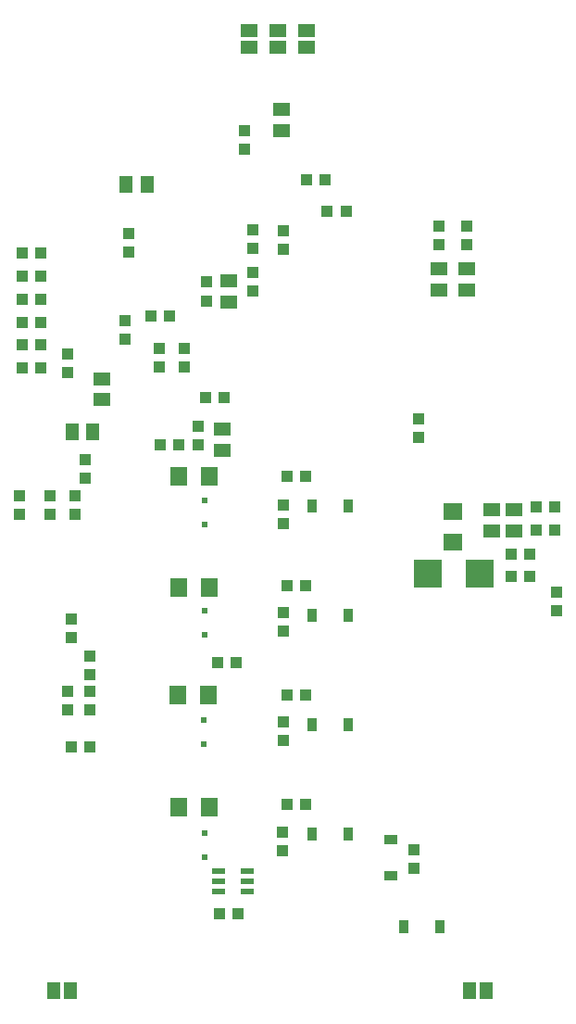
<source format=gbr>
G04 EAGLE Gerber RS-274X export*
G75*
%MOMM*%
%FSLAX34Y34*%
%LPD*%
%INSolderpaste Bottom*%
%IPPOS*%
%AMOC8*
5,1,8,0,0,1.08239X$1,22.5*%
G01*
%ADD10R,1.000000X1.100000*%
%ADD11R,1.100000X1.000000*%
%ADD12R,0.910000X1.220000*%
%ADD13R,1.600000X1.800000*%
%ADD14R,1.220000X0.910000*%
%ADD15R,1.300000X1.500000*%
%ADD16R,1.600200X1.168400*%
%ADD17R,0.600000X0.600000*%
%ADD18R,1.200000X0.550000*%
%ADD19R,1.500000X1.300000*%
%ADD20R,1.800000X1.600000*%
%ADD21R,1.168400X1.600200*%
%ADD22R,2.540000X2.540000*%


D10*
X276500Y-281000D03*
X276500Y-264000D03*
D11*
X333250Y-308750D03*
X350250Y-308750D03*
D10*
X311750Y-355250D03*
X311750Y-372250D03*
D11*
X369250Y-337750D03*
X352250Y-337750D03*
D10*
X284500Y-372000D03*
X284500Y-355000D03*
D12*
X338625Y-607000D03*
X371375Y-607000D03*
D11*
X332250Y-579500D03*
X315250Y-579500D03*
X435250Y-527500D03*
X435250Y-544500D03*
D13*
X244250Y-579500D03*
X216250Y-579500D03*
X243750Y-779750D03*
X215750Y-779750D03*
X244000Y-681500D03*
X216000Y-681500D03*
D11*
X284000Y-410750D03*
X284000Y-393750D03*
D10*
X98750Y-614500D03*
X98750Y-597500D03*
D14*
X410000Y-912125D03*
X410000Y-944875D03*
D15*
X187250Y-313500D03*
X168250Y-313500D03*
D16*
X281000Y-172380D03*
X281000Y-187620D03*
X307000Y-172380D03*
X307000Y-187620D03*
X333000Y-172380D03*
X333000Y-187620D03*
D10*
X170500Y-375000D03*
X170500Y-358000D03*
D13*
X244000Y-882000D03*
X216000Y-882000D03*
D10*
X90500Y-481000D03*
X73500Y-481000D03*
D11*
X73500Y-418000D03*
X90500Y-418000D03*
X73500Y-460000D03*
X90500Y-460000D03*
X73500Y-376000D03*
X90500Y-376000D03*
D10*
X90500Y-439000D03*
X73500Y-439000D03*
X90500Y-397000D03*
X73500Y-397000D03*
D17*
X240000Y-624250D03*
X240000Y-602250D03*
X240000Y-725000D03*
X240000Y-703000D03*
X239500Y-824250D03*
X239500Y-802250D03*
X240000Y-927750D03*
X240000Y-905750D03*
D11*
X312000Y-622750D03*
X312000Y-605750D03*
X312250Y-721500D03*
X312250Y-704500D03*
X311750Y-821500D03*
X311750Y-804500D03*
X311500Y-921750D03*
X311500Y-904750D03*
D18*
X252750Y-959250D03*
X252750Y-949750D03*
X252750Y-940250D03*
X278750Y-940250D03*
X278750Y-959250D03*
X278750Y-949750D03*
D11*
X253500Y-979500D03*
X270500Y-979500D03*
D12*
X338625Y-707000D03*
X371375Y-707000D03*
D11*
X332250Y-679500D03*
X315250Y-679500D03*
D12*
X338625Y-807000D03*
X371375Y-807000D03*
D11*
X332250Y-779500D03*
X315250Y-779500D03*
D12*
X338625Y-907000D03*
X371375Y-907000D03*
D11*
X332250Y-879500D03*
X315250Y-879500D03*
X520000Y-651000D03*
X537000Y-651000D03*
X537000Y-671750D03*
X520000Y-671750D03*
D19*
X502500Y-610500D03*
X502500Y-629500D03*
X523000Y-610500D03*
X523000Y-629500D03*
D20*
X466750Y-612000D03*
X466750Y-640000D03*
D19*
X310750Y-244750D03*
X310750Y-263750D03*
D12*
X422125Y-991000D03*
X454875Y-991000D03*
D11*
X431750Y-920750D03*
X431750Y-937750D03*
X118000Y-827500D03*
X135000Y-827500D03*
X221500Y-463000D03*
X221500Y-480000D03*
X198500Y-463000D03*
X198500Y-480000D03*
X167000Y-437500D03*
X167000Y-454500D03*
D19*
X454500Y-390500D03*
X454500Y-409500D03*
D11*
X480000Y-351500D03*
X480000Y-368500D03*
X454500Y-351500D03*
X454500Y-368500D03*
D19*
X480000Y-390500D03*
X480000Y-409500D03*
X256000Y-537000D03*
X256000Y-556000D03*
D10*
X241000Y-508000D03*
X258000Y-508000D03*
X251500Y-750000D03*
X268500Y-750000D03*
X191000Y-433500D03*
X208000Y-433500D03*
D19*
X262000Y-420500D03*
X262000Y-401500D03*
D11*
X241500Y-402500D03*
X241500Y-419500D03*
D15*
X119000Y-539500D03*
X138000Y-539500D03*
D11*
X114500Y-485500D03*
X114500Y-468500D03*
X561500Y-686000D03*
X561500Y-703000D03*
D19*
X146500Y-510000D03*
X146500Y-491000D03*
D10*
X216500Y-551500D03*
X199500Y-551500D03*
X234500Y-551000D03*
X234500Y-534000D03*
D11*
X135500Y-744000D03*
X135500Y-761000D03*
D10*
X135500Y-776500D03*
X135500Y-793500D03*
X115000Y-776500D03*
X115000Y-793500D03*
X121500Y-614500D03*
X121500Y-597500D03*
D11*
X118000Y-727000D03*
X118000Y-710000D03*
X131000Y-582000D03*
X131000Y-565000D03*
X71000Y-598000D03*
X71000Y-615000D03*
D21*
X482380Y-1050000D03*
X497620Y-1050000D03*
X117620Y-1050000D03*
X102380Y-1050000D03*
D22*
X491495Y-669000D03*
X444505Y-669000D03*
D10*
X560500Y-608000D03*
X543500Y-608000D03*
X543500Y-629000D03*
X560500Y-629000D03*
M02*

</source>
